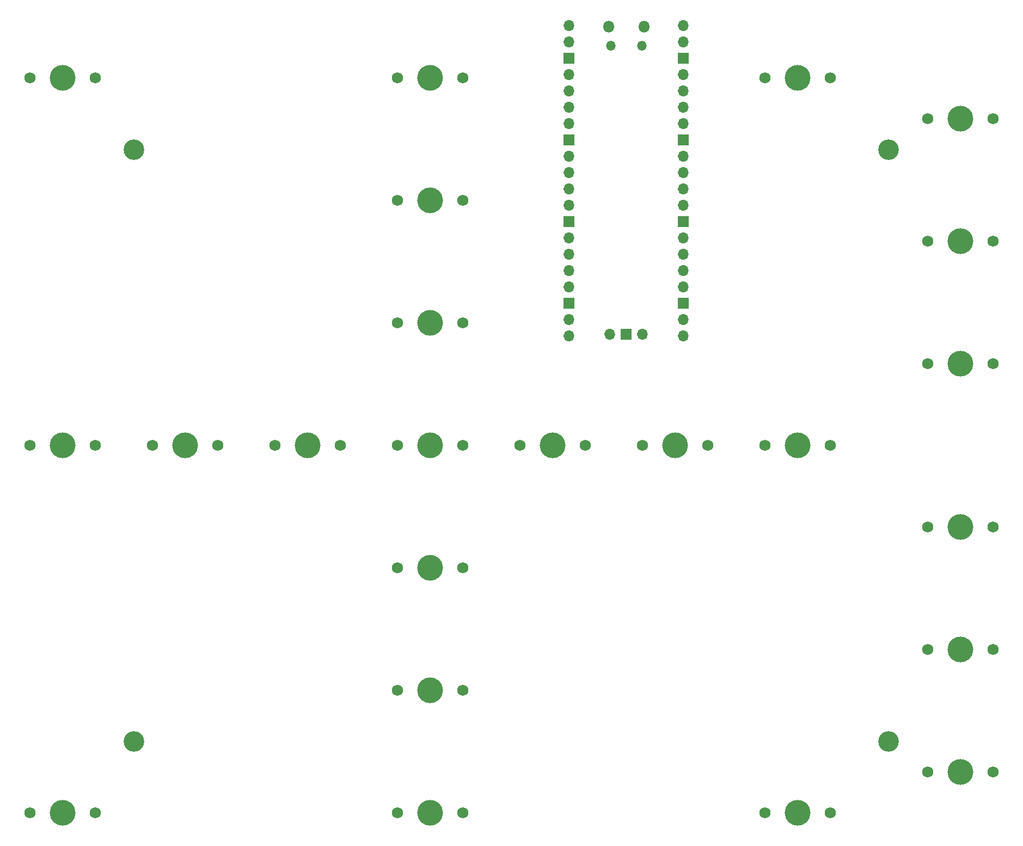
<source format=gbr>
%TF.GenerationSoftware,KiCad,Pcbnew,(6.0.4)*%
%TF.CreationDate,2022-05-22T21:37:36-03:00*%
%TF.ProjectId,G-Code_Keeb,472d436f-6465-45f4-9b65-65622e6b6963,1*%
%TF.SameCoordinates,Original*%
%TF.FileFunction,Soldermask,Top*%
%TF.FilePolarity,Negative*%
%FSLAX46Y46*%
G04 Gerber Fmt 4.6, Leading zero omitted, Abs format (unit mm)*
G04 Created by KiCad (PCBNEW (6.0.4)) date 2022-05-22 21:37:36*
%MOMM*%
%LPD*%
G01*
G04 APERTURE LIST*
%ADD10C,4.000000*%
%ADD11C,1.750000*%
%ADD12C,3.200000*%
%ADD13O,1.800000X1.800000*%
%ADD14O,1.500000X1.500000*%
%ADD15O,1.700000X1.700000*%
%ADD16R,1.700000X1.700000*%
G04 APERTURE END LIST*
D10*
%TO.C,SW11*%
X85750000Y-132900000D03*
D11*
X90830000Y-132900000D03*
X80670000Y-132900000D03*
%TD*%
D12*
%TO.C,H2*%
X157050000Y-48800000D03*
%TD*%
D11*
%TO.C,SW21*%
X137820000Y-151950000D03*
X147980000Y-151950000D03*
D10*
X142900000Y-151950000D03*
%TD*%
D11*
%TO.C,SW17*%
X173280000Y-126500000D03*
X163120000Y-126500000D03*
D10*
X168200000Y-126500000D03*
%TD*%
D11*
%TO.C,SW4*%
X71780000Y-94800000D03*
X61620000Y-94800000D03*
D10*
X66700000Y-94800000D03*
%TD*%
D11*
%TO.C,SW14*%
X173280000Y-63050000D03*
D10*
X168200000Y-63050000D03*
D11*
X163120000Y-63050000D03*
%TD*%
D12*
%TO.C,H4*%
X39700000Y-48800000D03*
%TD*%
D11*
%TO.C,SW4*%
X33680000Y-94800000D03*
D10*
X28600000Y-94800000D03*
D11*
X23520000Y-94800000D03*
%TD*%
D12*
%TO.C,H1*%
X157050000Y-140800000D03*
%TD*%
D10*
%TO.C,SW18*%
X168200000Y-145550000D03*
D11*
X163120000Y-145550000D03*
X173280000Y-145550000D03*
%TD*%
%TO.C,SW19*%
X23520000Y-151950000D03*
D10*
X28600000Y-151950000D03*
D11*
X33680000Y-151950000D03*
%TD*%
%TO.C,SW16*%
X163120000Y-107450000D03*
X173280000Y-107450000D03*
D10*
X168200000Y-107450000D03*
%TD*%
D11*
%TO.C,SW15*%
X163120000Y-82100000D03*
D10*
X168200000Y-82100000D03*
D11*
X173280000Y-82100000D03*
%TD*%
%TO.C,SW9*%
X90830000Y-75750000D03*
X80670000Y-75750000D03*
D10*
X85750000Y-75750000D03*
%TD*%
D11*
%TO.C,SW13*%
X163120000Y-44000000D03*
D10*
X168200000Y-44000000D03*
D11*
X173280000Y-44000000D03*
%TD*%
%TO.C,SW2*%
X128930000Y-94800000D03*
D10*
X123850000Y-94800000D03*
D11*
X118770000Y-94800000D03*
%TD*%
%TO.C,SW8*%
X90830000Y-56700000D03*
D10*
X85750000Y-56700000D03*
D11*
X80670000Y-56700000D03*
%TD*%
D10*
%TO.C,SW5*%
X47650000Y-94800000D03*
D11*
X52730000Y-94800000D03*
X42570000Y-94800000D03*
%TD*%
%TO.C,SW1*%
X147980000Y-94800000D03*
X137820000Y-94800000D03*
D10*
X142900000Y-94800000D03*
%TD*%
%TO.C,SW7*%
X85750000Y-37650000D03*
D11*
X90830000Y-37650000D03*
X80670000Y-37650000D03*
%TD*%
%TO.C,SW12*%
X90830000Y-151950000D03*
D10*
X85750000Y-151950000D03*
D11*
X80670000Y-151950000D03*
%TD*%
%TO.C,SW23*%
X147980000Y-37650000D03*
X137820000Y-37650000D03*
D10*
X142900000Y-37650000D03*
%TD*%
D11*
%TO.C,SW20*%
X33680000Y-37650000D03*
X23520000Y-37650000D03*
D10*
X28600000Y-37650000D03*
%TD*%
D11*
%TO.C,SW3*%
X109880000Y-94800000D03*
X99720000Y-94800000D03*
D10*
X104800000Y-94800000D03*
%TD*%
D11*
%TO.C,SW10*%
X90830000Y-113850000D03*
X80670000Y-113850000D03*
D10*
X85750000Y-113850000D03*
%TD*%
D12*
%TO.C,H3*%
X39700000Y-140800000D03*
%TD*%
D11*
%TO.C,SW22*%
X80670000Y-94800000D03*
X90830000Y-94800000D03*
D10*
X85750000Y-94800000D03*
%TD*%
D13*
%TO.C,U1*%
X118985000Y-29630000D03*
D14*
X118685000Y-32660000D03*
D13*
X113535000Y-29630000D03*
D14*
X113835000Y-32660000D03*
D15*
X125150000Y-29500000D03*
X125150000Y-32040000D03*
D16*
X125150000Y-34580000D03*
D15*
X125150000Y-37120000D03*
X125150000Y-39660000D03*
X125150000Y-42200000D03*
X125150000Y-44740000D03*
D16*
X125150000Y-47280000D03*
D15*
X125150000Y-49820000D03*
X125150000Y-52360000D03*
X125150000Y-54900000D03*
X125150000Y-57440000D03*
D16*
X125150000Y-59980000D03*
D15*
X125150000Y-62520000D03*
X125150000Y-65060000D03*
X125150000Y-67600000D03*
X125150000Y-70140000D03*
D16*
X125150000Y-72680000D03*
D15*
X125150000Y-75220000D03*
X125150000Y-77760000D03*
X107370000Y-77760000D03*
X107370000Y-75220000D03*
D16*
X107370000Y-72680000D03*
D15*
X107370000Y-70140000D03*
X107370000Y-67600000D03*
X107370000Y-65060000D03*
X107370000Y-62520000D03*
D16*
X107370000Y-59980000D03*
D15*
X107370000Y-57440000D03*
X107370000Y-54900000D03*
X107370000Y-52360000D03*
X107370000Y-49820000D03*
D16*
X107370000Y-47280000D03*
D15*
X107370000Y-44740000D03*
X107370000Y-42200000D03*
X107370000Y-39660000D03*
X107370000Y-37120000D03*
D16*
X107370000Y-34580000D03*
D15*
X107370000Y-32040000D03*
X107370000Y-29500000D03*
X118800000Y-77530000D03*
D16*
X116260000Y-77530000D03*
D15*
X113720000Y-77530000D03*
%TD*%
M02*

</source>
